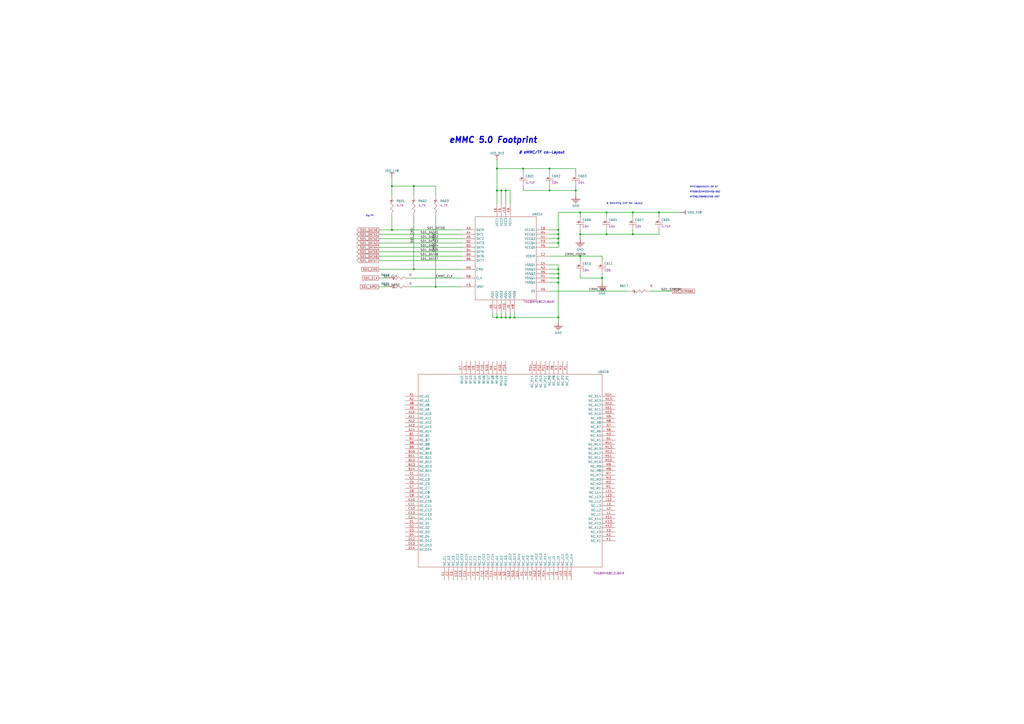
<source format=kicad_sch>
(kicad_sch (version 20241004) (generator "eeschema") (generator_version "8.99")
  (paper "A2")
  (title_block (title "Librem 5 Mainboard") (date "2024-03-21") (rev "v1.0.6.1") (company "Purism SPC") (comment 1 "GNU GPLv3+") (comment 2 "Copyright"))
  (lib_symbols
    (symbol "C-09_EMMC:GND" (power)
      (property "Reference" "#PWR" (at 0 0 0))
      (property "Value" "GND" (at 0 6.35 0))
      (symbol "GND_0_0"
        (polyline (pts (xy -2.54 -2.54) (xy 2.54 -2.54)) (stroke (width 0.254)))
        (polyline (pts (xy -1.778 -3.302) (xy 1.778 -3.302)) (stroke (width 0.254)))
        (polyline (pts (xy -1.016 -4.064) (xy 1.016 -4.064)) (stroke (width 0.254)))
        (polyline (pts (xy -0.254 -4.826) (xy 0.254 -4.826)) (stroke (width 0.254)))
        (polyline (pts (xy 0 0) (xy 0 -2.54)) (stroke (width 0.254)))
        (pin power_in line (at 0 0 0) (length 0) (hide yes) (name "GND") (number ""))
      )
    )
    (symbol "C-09_EMMC:VDD_1V8" (power)
      (property "Reference" "#PWR" (at 0 0 0))
      (property "Value" "VDD_1V8" (at 0 3.81 0))
      (symbol "VDD_1V8_0_0"
        (polyline (pts (xy -1.27 -2.54) (xy 1.27 -2.54)) (stroke (width 0.254)))
        (polyline (pts (xy 0 0) (xy 0 -2.54)) (stroke (width 0.254)))
        (pin power_in line (at 0 0 0) (length 0) (hide yes) (name "VDD_1V8") (number ""))
      )
    )
    (symbol "C-09_EMMC:VDD_3V3" (power)
      (property "Reference" "#PWR" (at 0 0 0))
      (property "Value" "VDD_3V3" (at 0 3.81 0))
      (symbol "VDD_3V3_0_0"
        (polyline (pts (xy -1.27 -2.54) (xy 1.27 -2.54)) (stroke (width 0.254)))
        (polyline (pts (xy 0 0) (xy 0 -2.54)) (stroke (width 0.254)))
        (pin power_in line (at 0 0 0) (length 0) (hide yes) (name "VDD_3V3") (number ""))
      )
    )
    (symbol "C-09_EMMC:root_0_C0201"
      (symbol "root_0_C0201_1_0"
        (polyline (pts (xy 0.254 1.778) (xy 4.826 1.778)))
        (polyline (pts (xy 0.254 0.762) (xy 4.826 0.762)))
        (circle (center 1.626 2.134) (radius 0.356) (stroke (width 0.254)))
        (polyline (pts (xy 2.54 2.54) (xy 2.54 1.778)))
        (polyline (pts (xy 2.54 0) (xy 2.54 0.762)))
        (pin passive line (at 2.54 5.08 270) (length 2.54) (name "1") (number "1"))
        (pin passive line (at 2.54 -2.54 90) (length 2.54) (name "2") (number "2"))
      )
    )
    (symbol "C-09_EMMC:root_0_C0402"
      (symbol "root_0_C0402_1_0"
        (polyline (pts (xy 0.254 1.778) (xy 4.826 1.778)))
        (polyline (pts (xy 0.254 0.762) (xy 4.826 0.762)))
        (circle (center 1.626 2.134) (radius 0.356) (stroke (width 0.254)))
        (polyline (pts (xy 2.54 2.54) (xy 2.54 1.778)))
        (polyline (pts (xy 2.54 0) (xy 2.54 0.762)))
        (pin passive line (at 2.54 5.08 270) (length 2.54) (name "1") (number "1"))
        (pin passive line (at 2.54 -2.54 90) (length 2.54) (name "2") (number "2"))
      )
    )
    (symbol "C-09_EMMC:root_0_MTFC8GACAEAM_VFBGA_0"
      (symbol "root_0_MTFC8GACAEAM_VFBGA_0_1_0"
        (polyline (pts (xy 0 48.26) (xy 35.56 48.26)))
        (polyline (pts (xy 0 0) (xy 0 48.26)))
        (polyline (pts (xy 35.56 48.26) (xy 35.56 0)))
        (polyline (pts (xy 35.56 0) (xy 0 0)))
        (pin bidirectional line (at -7.62 40.64 0) (length 7.62) (name "DAT0") (number "A3"))
        (pin bidirectional line (at -7.62 38.1 0) (length 7.62) (name "DAT1") (number "A4"))
        (pin bidirectional line (at -7.62 35.56 0) (length 7.62) (name "DAT2") (number "A5"))
        (pin bidirectional line (at -7.62 33.02 0) (length 7.62) (name "DAT3") (number "B2"))
        (pin bidirectional line (at -7.62 30.48 0) (length 7.62) (name "DAT4") (number "B3"))
        (pin bidirectional line (at -7.62 27.94 0) (length 7.62) (name "DAT5") (number "B4"))
        (pin bidirectional line (at -7.62 25.4 0) (length 7.62) (name "DAT6") (number "B5"))
        (pin bidirectional line (at -7.62 22.86 0) (length 7.62) (name "DAT7") (number "B6"))
        (pin bidirectional line (at -7.62 17.78 0) (length 7.62) (name "CMD") (number "M5"))
        (pin passive line (at -7.62 12.7 0) (length 7.62) (name "CLK") (number "M6"))
        (pin passive line (at -7.62 7.62 0) (length 7.62) (name "\\RST") (number "K5"))
        (pin power_in line (at 10.16 -7.62 90) (length 7.62) (name "VSS1") (number "A6"))
        (pin power_in line (at 12.7 55.88 270) (length 7.62) (name "VCC1") (number "E6"))
        (pin power_in line (at 12.7 -7.62 90) (length 7.62) (name "VSS2") (number "E7"))
        (pin power_in line (at 15.24 55.88 270) (length 7.62) (name "VCC2") (number "F5"))
        (pin power_in line (at 15.24 -7.62 90) (length 7.62) (name "VSS3") (number "G5"))
        (pin power_in line (at 17.78 55.88 270) (length 7.62) (name "VCC3") (number "J10"))
        (pin power_in line (at 17.78 -7.62 90) (length 7.62) (name "VSS4") (number "H10"))
        (pin power_in line (at 20.32 55.88 270) (length 7.62) (name "VCC4") (number "K9"))
        (pin power_in line (at 20.32 -7.62 90) (length 7.62) (name "VSS5") (number "J5"))
        (pin power_in line (at 22.86 -7.62 90) (length 7.62) (name "VSS6") (number "K8"))
        (pin power_in line (at 43.18 40.64 180) (length 7.62) (name "VCCQ1") (number "C6"))
        (pin power_in line (at 43.18 38.1 180) (length 7.62) (name "VCCQ2") (number "M4"))
        (pin power_in line (at 43.18 35.56 180) (length 7.62) (name "VCCQ3") (number "N4"))
        (pin power_in line (at 43.18 33.02 180) (length 7.62) (name "VCCQ4") (number "P3"))
        (pin power_in line (at 43.18 30.48 180) (length 7.62) (name "VCCQ5") (number "P5"))
        (pin power_in line (at 43.18 25.4 180) (length 7.62) (name "VDDIM") (number "C2"))
        (pin power_in line (at 43.18 20.32 180) (length 7.62) (name "VSSQ1") (number "C4"))
        (pin power_in line (at 43.18 17.78 180) (length 7.62) (name "VSSQ2") (number "N2"))
        (pin power_in line (at 43.18 15.24 180) (length 7.62) (name "VSSQ3") (number "N5"))
        (pin power_in line (at 43.18 12.7 180) (length 7.62) (name "VSSQ4") (number "P4"))
        (pin power_in line (at 43.18 10.16 180) (length 7.62) (name "VSSQ5") (number "P6"))
        (pin passive line (at 43.18 5.08 180) (length 7.62) (name "DS") (number "H5"))
      )
      (symbol "root_0_MTFC8GACAEAM_VFBGA_0_2_0"
        (polyline (pts (xy 0 111.76) (xy 106.68 111.76)))
        (polyline (pts (xy 0 0) (xy 0 111.76)))
        (polyline (pts (xy 106.68 111.76) (xy 106.68 0)))
        (polyline (pts (xy 106.68 0) (xy 0 0)))
        (pin passive line (at -7.62 99.06 0) (length 7.62) (name "NC_A1") (number "A1"))
        (pin passive line (at -7.62 96.52 0) (length 7.62) (name "NC_A2") (number "A2"))
        (pin passive line (at -7.62 93.98 0) (length 7.62) (name "NC_A8") (number "A8"))
        (pin passive line (at -7.62 91.44 0) (length 7.62) (name "NC_A9") (number "A9"))
        (pin passive line (at -7.62 88.9 0) (length 7.62) (name "NC_A10") (number "A10"))
        (pin passive line (at -7.62 86.36 0) (length 7.62) (name "NC_A11") (number "A11"))
        (pin passive line (at -7.62 83.82 0) (length 7.62) (name "NC_A12") (number "A12"))
        (pin passive line (at -7.62 81.28 0) (length 7.62) (name "NC_A13") (number "A13"))
        (pin passive line (at -7.62 78.74 0) (length 7.62) (name "NC_A14") (number "A14"))
        (pin passive line (at -7.62 76.2 0) (length 7.62) (name "NC_B1") (number "B1"))
        (pin passive line (at -7.62 73.66 0) (length 7.62) (name "NC_B7") (number "B7"))
        (pin passive line (at -7.62 71.12 0) (length 7.62) (name "NC_B8") (number "B8"))
        (pin passive line (at -7.62 68.58 0) (length 7.62) (name "NC_B9") (number "B9"))
        (pin passive line (at -7.62 66.04 0) (length 7.62) (name "NC_B10") (number "B10"))
        (pin passive line (at -7.62 63.5 0) (length 7.62) (name "NC_B11") (number "B11"))
        (pin passive line (at -7.62 60.96 0) (length 7.62) (name "NC_B12") (number "B12"))
        (pin passive line (at -7.62 58.42 0) (length 7.62) (name "NC_B13") (number "B13"))
        (pin passive line (at -7.62 55.88 0) (length 7.62) (name "NC_B14") (number "B14"))
        (pin passive line (at -7.62 53.34 0) (length 7.62) (name "NC_C1") (number "C1"))
        (pin passive line (at -7.62 50.8 0) (length 7.62) (name "NC_C3") (number "C3"))
        (pin passive line (at -7.62 48.26 0) (length 7.62) (name "NC_C5") (number "C5"))
        (pin passive line (at -7.62 45.72 0) (length 7.62) (name "NC_C7") (number "C7"))
        (pin passive line (at -7.62 43.18 0) (length 7.62) (name "NC_C8") (number "C8"))
        (pin passive line (at -7.62 40.64 0) (length 7.62) (name "NC_C9") (number "C9"))
        (pin passive line (at -7.62 38.1 0) (length 7.62) (name "NC_C10") (number "C10"))
        (pin passive line (at -7.62 35.56 0) (length 7.62) (name "NC_C11") (number "C11"))
        (pin passive line (at -7.62 33.02 0) (length 7.62) (name "NC_C12") (number "C12"))
        (pin passive line (at -7.62 30.48 0) (length 7.62) (name "NC_C13") (number "C13"))
        (pin passive line (at -7.62 27.94 0) (length 7.62) (name "NC_C14") (number "C14"))
        (pin passive line (at -7.62 25.4 0) (length 7.62) (name "NC_D1") (number "D1"))
        (pin passive line (at -7.62 22.86 0) (length 7.62) (name "NC_D2") (number "D2"))
        (pin passive line (at -7.62 20.32 0) (length 7.62) (name "NC_D3") (number "D3"))
        (pin passive line (at -7.62 17.78 0) (length 7.62) (name "NC_D4") (number "D4"))
        (pin passive line (at -7.62 15.24 0) (length 7.62) (name "NC_D12") (number "D12"))
        (pin passive line (at -7.62 12.7 0) (length 7.62) (name "NC_D13") (number "D13"))
        (pin passive line (at -7.62 10.16 0) (length 7.62) (name "NC_D14") (number "D14"))
        (pin passive line (at 15.24 -7.62 90) (length 7.62) (name "NC_E1") (number "E1"))
        (pin passive line (at 17.78 -7.62 90) (length 7.62) (name "NC_E2") (number "E2"))
        (pin passive line (at 20.32 -7.62 90) (length 7.62) (name "NC_E3") (number "E3"))
        (pin passive line (at 22.86 -7.62 90) (length 7.62) (name "NC_E12") (number "E12"))
        (pin passive line (at 25.4 119.38 270) (length 7.62) (name "RFU1") (number "A7"))
        (pin passive line (at 25.4 -7.62 90) (length 7.62) (name "NC_E13") (number "E13"))
        (pin passive line (at 27.94 119.38 270) (length 7.62) (name "RFU2") (number "E5"))
        (pin passive line (at 27.94 -7.62 90) (length 7.62) (name "NC_E14") (number "E14"))
        (pin passive line (at 30.48 119.38 270) (length 7.62) (name "RFU3") (number "E8"))
        (pin passive line (at 30.48 -7.62 90) (length 7.62) (name "NC_F1") (number "F1"))
        (pin passive line (at 33.02 119.38 270) (length 7.62) (name "RFU4") (number "E9"))
        (pin passive line (at 33.02 -7.62 90) (length 7.62) (name "NC_F2") (number "F2"))
        (pin passive line (at 35.56 119.38 270) (length 7.62) (name "RFU5") (number "E10"))
        (pin passive line (at 35.56 -7.62 90) (length 7.62) (name "NC_F3") (number "F3"))
        (pin passive line (at 38.1 119.38 270) (length 7.62) (name "RFU6") (number "F10"))
        (pin passive line (at 38.1 -7.62 90) (length 7.62) (name "NC_F12") (number "F12"))
        (pin passive line (at 40.64 119.38 270) (length 7.62) (name "RFU7") (number "G10"))
        (pin passive line (at 40.64 -7.62 90) (length 7.62) (name "NC_F13") (number "F13"))
        (pin passive line (at 43.18 119.38 270) (length 7.62) (name "RFU8") (number "K6"))
        (pin passive line (at 43.18 -7.62 90) (length 7.62) (name "NC_F14") (number "F14"))
        (pin passive line (at 45.72 119.38 270) (length 7.62) (name "RFU9") (number "K7"))
        (pin passive line (at 45.72 -7.62 90) (length 7.62) (name "NC_G1") (number "G1"))
        (pin passive line (at 48.26 119.38 270) (length 7.62) (name "RFU10") (number "K10"))
        (pin passive line (at 48.26 -7.62 90) (length 7.62) (name "NC_G2") (number "G2"))
        (pin passive line (at 50.8 119.38 270) (length 7.62) (name "RFU11") (number "P10"))
        (pin passive line (at 50.8 -7.62 90) (length 7.62) (name "NC_G3") (number "G3"))
        (pin passive line (at 53.34 -7.62 90) (length 7.62) (name "NC_G12") (number "G12"))
        (pin passive line (at 55.88 -7.62 90) (length 7.62) (name "NC_G13") (number "G13"))
        (pin passive line (at 58.42 -7.62 90) (length 7.62) (name "NC_G14") (number "G14"))
        (pin passive line (at 60.96 -7.62 90) (length 7.62) (name "NC_H1") (number "H1"))
        (pin passive line (at 63.5 -7.62 90) (length 7.62) (name "NC_H2") (number "H2"))
        (pin passive line (at 66.04 119.38 270) (length 7.62) (name "NC_P14") (number "P14"))
        (pin passive line (at 66.04 -7.62 90) (length 7.62) (name "NC_H3") (number "H3"))
        (pin passive line (at 68.58 119.38 270) (length 7.62) (name "NC_P13") (number "P13"))
        (pin passive line (at 68.58 -7.62 90) (length 7.62) (name "NC_H12") (number "H12"))
        (pin passive line (at 71.12 119.38 270) (length 7.62) (name "NC_P12") (number "P12"))
        (pin passive line (at 71.12 -7.62 90) (length 7.62) (name "NC_H13") (number "H13"))
        (pin passive line (at 73.66 119.38 270) (length 7.62) (name "NC_P11") (number "P11"))
        (pin passive line (at 73.66 -7.62 90) (length 7.62) (name "NC_H14") (number "H14"))
        (pin passive line (at 76.2 119.38 270) (length 7.62) (name "NC_P9") (number "P9"))
        (pin passive line (at 76.2 -7.62 90) (length 7.62) (name "NC_J1") (number "J1"))
        (pin passive line (at 78.74 119.38 270) (length 7.62) (name "NC_P8") (number "P8"))
        (pin passive line (at 78.74 -7.62 90) (length 7.62) (name "NC_J2") (number "J2"))
        (pin passive line (at 81.28 119.38 270) (length 7.62) (name "NC_P7") (number "P7"))
        (pin passive line (at 81.28 -7.62 90) (length 7.62) (name "NC_J3") (number "J3"))
        (pin passive line (at 83.82 119.38 270) (length 7.62) (name "NC_P2") (number "P2"))
        (pin passive line (at 83.82 -7.62 90) (length 7.62) (name "NC_J12") (number "J12"))
        (pin passive line (at 86.36 119.38 270) (length 7.62) (name "NC_P1") (number "P1"))
        (pin passive line (at 86.36 -7.62 90) (length 7.62) (name "NC_J13") (number "J13"))
        (pin passive line (at 88.9 -7.62 90) (length 7.62) (name "NC_J14") (number "J14"))
        (pin passive line (at 114.3 99.06 180) (length 7.62) (name "NC_N14") (number "N14"))
        (pin passive line (at 114.3 96.52 180) (length 7.62) (name "NC_N13") (number "N13"))
        (pin passive line (at 114.3 93.98 180) (length 7.62) (name "NC_N12") (number "N12"))
        (pin passive line (at 114.3 91.44 180) (length 7.62) (name "NC_N11") (number "N11"))
        (pin passive line (at 114.3 88.9 180) (length 7.62) (name "NC_N10") (number "N10"))
        (pin passive line (at 114.3 86.36 180) (length 7.62) (name "NC_N9") (number "N9"))
        (pin passive line (at 114.3 83.82 180) (length 7.62) (name "NC_N8") (number "N8"))
        (pin passive line (at 114.3 81.28 180) (length 7.62) (name "NC_N7") (number "N7"))
        (pin passive line (at 114.3 78.74 180) (length 7.62) (name "NC_N6") (number "N6"))
        (pin passive line (at 114.3 76.2 180) (length 7.62) (name "NC_N3") (number "N3"))
        (pin passive line (at 114.3 73.66 180) (length 7.62) (name "NC_N1") (number "N1"))
        (pin passive line (at 114.3 71.12 180) (length 7.62) (name "NC_M14") (number "M14"))
        (pin passive line (at 114.3 68.58 180) (length 7.62) (name "NC_M13") (number "M13"))
        (pin passive line (at 114.3 66.04 180) (length 7.62) (name "NC_M12") (number "M12"))
        (pin passive line (at 114.3 63.5 180) (length 7.62) (name "NC_M11") (number "M11"))
        (pin passive line (at 114.3 60.96 180) (length 7.62) (name "NC_M10") (number "M10"))
        (pin passive line (at 114.3 58.42 180) (length 7.62) (name "NC_M9") (number "M9"))
        (pin passive line (at 114.3 55.88 180) (length 7.62) (name "NC_M8") (number "M8"))
        (pin passive line (at 114.3 53.34 180) (length 7.62) (name "NC_M7") (number "M7"))
        (pin passive line (at 114.3 50.8 180) (length 7.62) (name "NC_M3") (number "M3"))
        (pin passive line (at 114.3 48.26 180) (length 7.62) (name "NC_M2") (number "M2"))
        (pin passive line (at 114.3 45.72 180) (length 7.62) (name "NC_M1") (number "M1"))
        (pin passive line (at 114.3 43.18 180) (length 7.62) (name "NC_L14") (number "L14"))
        (pin passive line (at 114.3 40.64 180) (length 7.62) (name "NC_L13") (number "L13"))
        (pin passive line (at 114.3 38.1 180) (length 7.62) (name "NC_L12") (number "L12"))
        (pin passive line (at 114.3 35.56 180) (length 7.62) (name "NC_L3") (number "L3"))
        (pin passive line (at 114.3 33.02 180) (length 7.62) (name "NC_L2") (number "L2"))
        (pin passive line (at 114.3 30.48 180) (length 7.62) (name "NC_L1") (number "L1"))
        (pin passive line (at 114.3 27.94 180) (length 7.62) (name "NC_K14") (number "K14"))
        (pin passive line (at 114.3 25.4 180) (length 7.62) (name "NC_K13") (number "K13"))
        (pin passive line (at 114.3 22.86 180) (length 7.62) (name "NC_K12") (number "K12"))
        (pin passive line (at 114.3 20.32 180) (length 7.62) (name "NC_K3") (number "K3"))
        (pin passive line (at 114.3 17.78 180) (length 7.62) (name "NC_K2") (number "K2"))
        (pin passive line (at 114.3 15.24 180) (length 7.62) (name "NC_K1") (number "K1"))
      )
    )
    (symbol "C-09_EMMC:root_0_RES_2"
      (symbol "root_0_RES_2_1_0"
        (polyline (pts (xy 1.778 5.334) (xy 3.302 3.81)))
        (polyline (pts (xy 1.778 2.286) (xy 3.302 0.762)))
        (circle (center 2.134 6.706) (radius 0.356) (stroke (width 0.254)))
        (polyline (pts (xy 2.54 7.62) (xy 3.302 6.858)))
        (polyline (pts (xy 3.302 6.858) (xy 1.778 5.334)))
        (polyline (pts (xy 3.302 3.81) (xy 1.778 2.286)))
        (polyline (pts (xy 3.302 0.762) (xy 2.54 0)))
        (pin passive line (at 2.54 10.16 270) (length 2.54) (name "1") (number "1"))
        (pin passive line (at 2.54 -2.54 90) (length 2.54) (name "2") (number "2"))
      )
    )
    (symbol "C-09_EMMC:root_1_RES_2"
      (symbol "root_1_RES_2_1_0"
        (polyline (pts (xy -7.62 2.54) (xy -6.858 3.302)))
        (polyline (pts (xy -6.858 3.302) (xy -5.334 1.778)))
        (circle (center -6.706 2.134) (radius 0.356) (stroke (width 0.254)))
        (polyline (pts (xy -5.334 1.778) (xy -3.81 3.302)))
        (polyline (pts (xy -3.81 3.302) (xy -2.286 1.778)))
        (polyline (pts (xy -2.286 1.778) (xy -0.762 3.302)))
        (polyline (pts (xy -0.762 3.302) (xy 0 2.54)))
        (pin passive line (at -10.16 2.54 0) (length 2.54) (name "1") (number "1"))
        (pin passive line (at 2.54 2.54 180) (length 2.54) (name "2") (number "2"))
      )
    )
  )
  (text "# eMMC/TF co-Layout" (at 300.99 89.408 0) (effects (font (size 1.524 1.524) (bold yes) (italic yes)) (justify left bottom)))
  (text "MT53B1024M32D4NQ-062" (at 400.05 111.862 0) (effects (font (size 0.889 0.889)) (justify left bottom)))
  (text "eMMC 5.0 Footprint" (at 260.35 83.312 0) (effects (font (size 3.429 3.429) (bold yes) (italic yes)) (justify left bottom)))
  (text "# Stitching CAP for Layout" (at 351.79 118.618 0) (effects (font (size 1.016 1.016)) (justify left bottom)))
  (text "MT25QL256ABA1EW9-0SIT" (at 400.05 114.757 0) (effects (font (size 0.889 0.889)) (justify left bottom)))
  (text "Via/TP" (at 212.09 125.73 0) (effects (font (size 0.889 0.889)) (justify left bottom)))
  (text "MTFC16GAKAECN-2M WT" (at 400.05 108.966 0) (effects (font (size 0.889 0.889)) (justify left bottom)))
  (junction (at 240.03 107.95))
  (junction (at 298.45 184.15))
  (junction (at 351.79 123.19))
  (junction (at 349.25 161.29))
  (junction (at 227.33 107.95))
  (junction (at 252.73 166.37))
  (junction (at 336.55 135.89))
  (junction (at 367.03 135.89))
  (junction (at 323.85 140.97))
  (junction (at 293.37 184.15))
  (junction (at 290.83 184.15))
  (junction (at 290.83 110.49))
  (junction (at 382.27 123.19))
  (junction (at 336.55 123.19))
  (junction (at 240.03 156.21))
  (junction (at 318.77 110.49))
  (junction (at 323.85 163.83))
  (junction (at 334.01 110.49))
  (junction (at 318.77 97.79))
  (junction (at 323.85 158.75))
  (junction (at 288.29 97.79))
  (junction (at 227.33 133.35))
  (junction (at 295.91 184.15))
  (junction (at 336.55 148.59))
  (junction (at 323.85 156.21))
  (junction (at 323.85 135.89))
  (junction (at 323.85 138.43))
  (junction (at 303.53 97.79))
  (junction (at 288.29 184.15))
  (junction (at 323.85 184.15))
  (junction (at 288.29 110.49))
  (junction (at 367.03 123.19))
  (junction (at 293.37 110.49))
  (junction (at 323.85 161.29))
  (junction (at 351.79 135.89))
  (junction (at 323.85 133.35))
  (wire (pts (xy 351.79 123.19) (xy 336.55 123.19)) (stroke (width 0.254)))
  (wire (pts (xy 336.55 135.89) (xy 336.55 133.35)) (stroke (width 0.254)))
  (wire (pts (xy 240.03 107.95) (xy 240.03 113.03)) (stroke (width 0.254)))
  (wire (pts (xy 318.77 168.91) (xy 364.49 168.91)) (stroke (width 0.254)))
  (wire (pts (xy 334.01 113.03) (xy 334.01 110.49)) (stroke (width 0.254)))
  (wire (pts (xy 290.83 184.15) (xy 290.83 181.61)) (stroke (width 0.254)))
  (wire (pts (xy 295.91 184.15) (xy 295.91 181.61)) (stroke (width 0.254)))
  (wire (pts (xy 318.77 110.49) (xy 318.77 107.95)) (stroke (width 0.254)))
  (wire (pts (xy 377.19 168.91) (xy 389.89 168.91)) (stroke (width 0.254)))
  (wire (pts (xy 382.27 135.89) (xy 382.27 133.35)) (stroke (width 0.254)))
  (wire (pts (xy 293.37 184.15) (xy 293.37 181.61)) (stroke (width 0.254)))
  (wire (pts (xy 267.97 148.59) (xy 219.71 148.59)) (stroke (width 0.254)))
  (wire (pts (xy 349.25 161.29) (xy 336.55 161.29)) (stroke (width 0.254)))
  (wire (pts (xy 288.29 184.15) (xy 290.83 184.15)) (stroke (width 0.254)))
  (wire (pts (xy 288.29 110.49) (xy 288.29 118.11)) (stroke (width 0.254)))
  (wire (pts (xy 323.85 158.75) (xy 323.85 156.21)) (stroke (width 0.254)))
  (wire (pts (xy 382.27 123.19) (xy 382.27 125.73)) (stroke (width 0.254)))
  (wire (pts (xy 288.29 181.61) (xy 288.29 184.15)) (stroke (width 0.254)))
  (wire (pts (xy 367.03 135.89) (xy 382.27 135.89)) (stroke (width 0.254)))
  (wire (pts (xy 336.55 148.59) (xy 349.25 148.59)) (stroke (width 0.254)))
  (wire (pts (xy 349.25 148.59) (xy 349.25 151.13)) (stroke (width 0.254)))
  (wire (pts (xy 394.97 123.19) (xy 382.27 123.19)) (stroke (width 0.254)))
  (wire (pts (xy 323.85 158.75) (xy 318.77 158.75)) (stroke (width 0.254)))
  (wire (pts (xy 303.53 100.33) (xy 303.53 97.79)) (stroke (width 0.254)))
  (wire (pts (xy 303.53 97.79) (xy 288.29 97.79)) (stroke (width 0.254)))
  (wire (pts (xy 267.97 151.13) (xy 219.71 151.13)) (stroke (width 0.254)))
  (wire (pts (xy 224.79 161.29) (xy 219.71 161.29)) (stroke (width 0.254)))
  (wire (pts (xy 290.83 110.49) (xy 290.83 118.11)) (stroke (width 0.254)))
  (wire (pts (xy 298.45 184.15) (xy 323.85 184.15)) (stroke (width 0.254)))
  (wire (pts (xy 323.85 184.15) (xy 323.85 186.69)) (stroke (width 0.254)))
  (wire (pts (xy 336.55 123.19) (xy 336.55 125.73)) (stroke (width 0.254)))
  (wire (pts (xy 323.85 161.29) (xy 323.85 158.75)) (stroke (width 0.254)))
  (wire (pts (xy 323.85 161.29) (xy 318.77 161.29)) (stroke (width 0.254)))
  (wire (pts (xy 323.85 135.89) (xy 318.77 135.89)) (stroke (width 0.254)))
  (wire (pts (xy 267.97 161.29) (xy 237.49 161.29)) (stroke (width 0.254)))
  (wire (pts (xy 240.03 107.95) (xy 252.73 107.95)) (stroke (width 0.254)))
  (wire (pts (xy 318.77 110.49) (xy 303.53 110.49)) (stroke (width 0.254)))
  (wire (pts (xy 227.33 113.03) (xy 227.33 107.95)) (stroke (width 0.254)))
  (wire (pts (xy 367.03 123.19) (xy 351.79 123.19)) (stroke (width 0.254)))
  (wire (pts (xy 267.97 138.43) (xy 219.71 138.43)) (stroke (width 0.254)))
  (wire (pts (xy 336.55 123.19) (xy 323.85 123.19)) (stroke (width 0.254)))
  (wire (pts (xy 367.03 123.19) (xy 367.03 125.73)) (stroke (width 0.254)))
  (wire (pts (xy 334.01 110.49) (xy 334.01 107.95)) (stroke (width 0.254)))
  (wire (pts (xy 323.85 133.35) (xy 318.77 133.35)) (stroke (width 0.254)))
  (wire (pts (xy 323.85 163.83) (xy 318.77 163.83)) (stroke (width 0.254)))
  (wire (pts (xy 227.33 133.35) (xy 267.97 133.35)) (stroke (width 0.254)))
  (wire (pts (xy 318.77 97.79) (xy 334.01 97.79)) (stroke (width 0.254)))
  (wire (pts (xy 227.33 133.35) (xy 219.71 133.35)) (stroke (width 0.254)))
  (wire (pts (xy 323.85 138.43) (xy 318.77 138.43)) (stroke (width 0.254)))
  (wire (pts (xy 293.37 110.49) (xy 295.91 110.49)) (stroke (width 0.254)))
  (wire (pts (xy 267.97 135.89) (xy 219.71 135.89)) (stroke (width 0.254)))
  (wire (pts (xy 367.03 135.89) (xy 367.03 133.35)) (stroke (width 0.254)))
  (wire (pts (xy 318.77 97.79) (xy 318.77 100.33)) (stroke (width 0.254)))
  (wire (pts (xy 267.97 140.97) (xy 219.71 140.97)) (stroke (width 0.254)))
  (wire (pts (xy 288.29 110.49) (xy 290.83 110.49)) (stroke (width 0.254)))
  (wire (pts (xy 267.97 143.51) (xy 219.71 143.51)) (stroke (width 0.254)))
  (wire (pts (xy 240.03 156.21) (xy 267.97 156.21)) (stroke (width 0.254)))
  (wire (pts (xy 323.85 143.51) (xy 318.77 143.51)) (stroke (width 0.254)))
  (wire (pts (xy 295.91 110.49) (xy 295.91 118.11)) (stroke (width 0.254)))
  (wire (pts (xy 336.55 148.59) (xy 318.77 148.59)) (stroke (width 0.254)))
  (wire (pts (xy 288.29 97.79) (xy 288.29 92.71)) (stroke (width 0.254)))
  (wire (pts (xy 334.01 110.49) (xy 318.77 110.49)) (stroke (width 0.254)))
  (wire (pts (xy 323.85 156.21) (xy 323.85 153.67)) (stroke (width 0.254)))
  (wire (pts (xy 285.75 184.15) (xy 285.75 181.61)) (stroke (width 0.254)))
  (wire (pts (xy 323.85 156.21) (xy 318.77 156.21)) (stroke (width 0.254)))
  (wire (pts (xy 382.27 123.19) (xy 367.03 123.19)) (stroke (width 0.254)))
  (wire (pts (xy 293.37 110.49) (xy 293.37 118.11)) (stroke (width 0.254)))
  (wire (pts (xy 224.79 166.37) (xy 219.71 166.37)) (stroke (width 0.254)))
  (wire (pts (xy 240.03 125.73) (xy 240.03 156.21)) (stroke (width 0.254)))
  (wire (pts (xy 298.45 184.15) (xy 298.45 181.61)) (stroke (width 0.254)))
  (wire (pts (xy 323.85 133.35) (xy 323.85 135.89)) (stroke (width 0.254)))
  (wire (pts (xy 351.79 123.19) (xy 351.79 125.73)) (stroke (width 0.254)))
  (wire (pts (xy 323.85 140.97) (xy 318.77 140.97)) (stroke (width 0.254)))
  (wire (pts (xy 240.03 156.21) (xy 219.71 156.21)) (stroke (width 0.254)))
  (wire (pts (xy 323.85 140.97) (xy 323.85 143.51)) (stroke (width 0.254)))
  (wire (pts (xy 351.79 135.89) (xy 367.03 135.89)) (stroke (width 0.254)))
  (wire (pts (xy 252.73 166.37) (xy 252.73 125.73)) (stroke (width 0.254)))
  (wire (pts (xy 288.29 97.79) (xy 288.29 110.49)) (stroke (width 0.254)))
  (wire (pts (xy 293.37 184.15) (xy 295.91 184.15)) (stroke (width 0.254)))
  (wire (pts (xy 290.83 184.15) (xy 293.37 184.15)) (stroke (width 0.254)))
  (wire (pts (xy 267.97 146.05) (xy 219.71 146.05)) (stroke (width 0.254)))
  (wire (pts (xy 295.91 184.15) (xy 298.45 184.15)) (stroke (width 0.254)))
  (wire (pts (xy 227.33 125.73) (xy 227.33 133.35)) (stroke (width 0.254)))
  (wire (pts (xy 303.53 110.49) (xy 303.53 107.95)) (stroke (width 0.254)))
  (wire (pts (xy 351.79 135.89) (xy 351.79 133.35)) (stroke (width 0.254)))
  (wire (pts (xy 336.55 138.43) (xy 336.55 135.89)) (stroke (width 0.254)))
  (wire (pts (xy 288.29 184.15) (xy 285.75 184.15)) (stroke (width 0.254)))
  (wire (pts (xy 323.85 184.15) (xy 323.85 163.83)) (stroke (width 0.254)))
  (wire (pts (xy 227.33 107.95) (xy 227.33 102.87)) (stroke (width 0.254)))
  (wire (pts (xy 323.85 153.67) (xy 318.77 153.67)) (stroke (width 0.254)))
  (wire (pts (xy 349.25 163.83) (xy 349.25 161.29)) (stroke (width 0.254)))
  (wire (pts (xy 323.85 163.83) (xy 323.85 161.29)) (stroke (width 0.254)))
  (wire (pts (xy 323.85 138.43) (xy 323.85 140.97)) (stroke (width 0.254)))
  (wire (pts (xy 336.55 135.89) (xy 351.79 135.89)) (stroke (width 0.254)))
  (wire (pts (xy 349.25 161.29) (xy 349.25 158.75)) (stroke (width 0.254)))
  (wire (pts (xy 252.73 107.95) (xy 252.73 113.03)) (stroke (width 0.254)))
  (wire (pts (xy 336.55 161.29) (xy 336.55 158.75)) (stroke (width 0.254)))
  (wire (pts (xy 323.85 135.89) (xy 323.85 138.43)) (stroke (width 0.254)))
  (wire (pts (xy 303.53 97.79) (xy 318.77 97.79)) (stroke (width 0.254)))
  (wire (pts (xy 252.73 166.37) (xy 237.49 166.37)) (stroke (width 0.254)))
  (wire (pts (xy 227.33 107.95) (xy 240.03 107.95)) (stroke (width 0.254)))
  (wire (pts (xy 267.97 166.37) (xy 252.73 166.37)) (stroke (width 0.254)))
  (wire (pts (xy 290.83 110.49) (xy 293.37 110.49)) (stroke (width 0.254)))
  (wire (pts (xy 323.85 123.19) (xy 323.85 133.35)) (stroke (width 0.254)))
  (wire (pts (xy 334.01 97.79) (xy 334.01 100.33)) (stroke (width 0.254)))
  (wire (pts (xy 336.55 151.13) (xy 336.55 148.59)) (stroke (width 0.254)))
  (label "SD1_DATA3" (at 243.84 140.97 0))
  (label "SD1_CMD" (at 240.03 140.97 90))
  (label "SD1_DATA1" (at 243.84 135.89 0))
  (label "SD1_NRST" (at 222.25 166.37 0))
  (label "SD1_DATA4" (at 243.84 143.51 0))
  (label "SD1_STROBE" (at 383.54 168.91 0))
  (label "SD1_CLK" (at 222.25 161.29 0))
  (label "SD1_DATA6" (at 243.84 148.59 0))
  (label "SD1_DATA5" (at 243.84 146.05 0))
  (label "EMMC_CLK" (at 252.73 161.29 0))
  (label "SD1_DATA2" (at 243.84 138.43 0))
  (label "SD1_DATA0" (at 247.65 133.35 0))
  (label "EMMC_DQS" (at 341.63 168.91 0))
  (label "SD1_DATA7" (at 243.84 151.13 0))
  (label "EMMC_VDDIM" (at 327.66 148.59 0))
  (label "EMMC_NRST" (at 252.73 146.05 90))
  (global_label "SD1_CMD" (shape passive) (at 219.71 156.21 180) (property "Intersheetrefs" "${INTERSHEET_REFS}" (effects (hide yes))))
  (global_label "SD1_DATA6" (shape output) (at 219.71 148.59 180) (property "Intersheetrefs" "${INTERSHEET_REFS}" (effects (hide yes))))
  (global_label "SD1_DATA1" (shape output) (at 219.71 135.89 180) (property "Intersheetrefs" "${INTERSHEET_REFS}" (effects (hide yes))))
  (global_label "SD1_DATA5" (shape output) (at 219.71 146.05 180) (property "Intersheetrefs" "${INTERSHEET_REFS}" (effects (hide yes))))
  (global_label "SD1_STROBE" (shape passive) (at 389.89 168.91 0) (property "Intersheetrefs" "${INTERSHEET_REFS}" (effects (hide yes))))
  (global_label "SD1_NRST" (shape passive) (at 219.71 166.37 180) (property "Intersheetrefs" "${INTERSHEET_REFS}" (effects (hide yes))))
  (global_label "SD1_DATA3" (shape output) (at 219.71 140.97 180) (property "Intersheetrefs" "${INTERSHEET_REFS}" (effects (hide yes))))
  (global_label "SD1_DATA4" (shape output) (at 219.71 143.51 180) (property "Intersheetrefs" "${INTERSHEET_REFS}" (effects (hide yes))))
  (global_label "SD1_DATA7" (shape output) (at 219.71 151.13 180) (property "Intersheetrefs" "${INTERSHEET_REFS}" (effects (hide yes))))
  (global_label "SD1_DATA2" (shape output) (at 219.71 138.43 180) (property "Intersheetrefs" "${INTERSHEET_REFS}" (effects (hide yes))))
  (global_label "SD1_DATA0" (shape output) (at 219.71 133.35 180) (property "Intersheetrefs" "${INTERSHEET_REFS}" (effects (hide yes))))
  (global_label "SD1_CLK" (shape passive) (at 219.71 161.29 180) (property "Intersheetrefs" "${INTERSHEET_REFS}" (effects (hide yes))))
  (symbol (lib_id "C-09_EMMC:GND") (at 323.85 186.69 0) (unit 1)
    (property "Reference" "#PWR?" (effects (hide yes)))
    (property "Value" "GND" (at 323.85 193.04 0))
  )
  (symbol (lib_id "C-09_EMMC:GND") (at 336.55 138.43 0) (unit 1)
    (property "Reference" "#PWR?" (effects (hide yes)))
    (property "Value" "GND" (at 336.55 144.78 0))
  )
  (symbol (lib_id "C-09_EMMC:VDD_3V3") (at 288.29 92.71 180) (unit 1)
    (property "Reference" "#PWR?" (effects (hide yes)))
    (property "Value" "VDD_3V3" (at 288.29 88.9 0))
  )
  (symbol (lib_id "C-09_EMMC:root_0_MTFC8GACAEAM_VFBGA_0") (at 242.57 328.93 0) (unit 2)
    (property "Reference" "U601" (at 346.71 216.408 0) (effects (justify left bottom)))
    (property "Value" "MTFC8GACAEAM_VFBGA_0" (effects (hide yes)))
    (property "Footprint" "FBGA153_0P5_11P5X13" (effects (hide yes)))
    (property "PCB DECAL" "FBGA153_0P5_11P5X13" (effects (hide yes)))
    (property "DESCRIPTION" "IC MEM NAND FLASH 32GB MMC 5.1  THGBMHG8C2LBAIR  FBGA153" (effects (hide yes)))
    (property "MFG_NAME" "TOSHIBA" (effects (hide yes)))
    (property "VALUE" "THGBMHG8C2LBAIR" (at 344.17 333.248 0) (effects (justify left bottom)))
    (property "GEOMETRY.HEIGHT" "0.8MM" (effects (hide yes)))
    (property "PCB FOOTPRINT" "FBGA153" (effects (hide yes)))
  )
  (symbol (lib_id "C-09_EMMC:root_0_RES_2") (at 250.19 123.19 0) (unit 1)
    (property "Reference" "R603" (at 255.27 117.348 0) (effects (justify left bottom)))
    (property "Value" "RES_2" (effects (hide yes)))
    (property "Footprint" "RES-0201" (effects (hide yes)))
    (property "PCB DECAL" "RES-0201" (effects (hide yes)))
    (property "DESCRIPTION" "Resistor Chip 0201 4.7K Ohm 1/16W 1% RALEC" (effects (hide yes)))
    (property "VALUE" "4.7K" (at 255.27 119.888 0) (effects (justify left bottom)))
    (property "GEOMETRY.HEIGHT" "0.3MM" (effects (hide yes)))
    (property "PCB FOOTPRINT" "201" (effects (hide yes)))
  )
  (symbol (lib_id "C-09_EMMC:root_0_C0201") (at 334.01 130.81 0) (unit 1)
    (property "Reference" "C606" (at 337.82 128.27 0) (effects (justify left bottom)))
    (property "Value" "C0201" (effects (hide yes)))
    (property "Footprint" "CAP-0201" (effects (hide yes)))
    (property "VOLTAGE" "6.3V" (effects (hide yes)))
    (property "DESCRIPTION" "CAP CER 0.1uF 6V3 20% X5R 0201" (effects (hide yes)))
    (property "PCB DECAL" "CAP-0201" (effects (hide yes)))
    (property "VALUE" "104" (at 337.82 132.08 0) (effects (justify left bottom)))
    (property "GEOMETRY.HEIGHT" "0.3MM" (effects (hide yes)))
    (property "PCB FOOTPRINT" "201" (effects (hide yes)))
  )
  (symbol (lib_id "C-09_EMMC:root_1_RES_2") (at 234.95 163.83 0) (unit 1)
    (property "Reference" "R616" (at 226.06 158.75 0) (effects (justify right top)))
    (property "Value" "RES_2" (effects (hide yes)))
    (property "Footprint" "RES-0201" (effects (hide yes)))
    (property "PCB DECAL" "RES-0201" (effects (hide yes)))
    (property "DESCRIPTION" "Resistor Chip 0201 0R Ohm 1/16W 1% RALEC" (effects (hide yes)))
    (property "VALUE" "0" (at 238.76 158.75 0) (effects (justify right top)))
    (property "GEOMETRY.HEIGHT" "0.3MM" (effects (hide yes)))
    (property "PCB FOOTPRINT" "201" (effects (hide yes)))
  )
  (symbol (lib_id "C-09_EMMC:root_0_RES_2") (at 224.79 123.19 0) (unit 1)
    (property "Reference" "R601" (at 229.87 117.348 0) (effects (justify left bottom)))
    (property "Value" "RES_2" (effects (hide yes)))
    (property "Footprint" "RES-0201" (effects (hide yes)))
    (property "PCB DECAL" "RES-0201" (effects (hide yes)))
    (property "DESCRIPTION" "Resistor Chip 0201 4.7K Ohm 1/16W 1% RALEC" (effects (hide yes)))
    (property "VALUE" "4.7K" (at 229.87 119.888 0) (effects (justify left bottom)))
    (property "GEOMETRY.HEIGHT" "0.3MM" (effects (hide yes)))
    (property "PCB FOOTPRINT" "201" (effects (hide yes)))
  )
  (symbol (lib_id "C-09_EMMC:root_0_C0402") (at 300.99 105.41 0) (unit 1)
    (property "Reference" "C601" (at 304.8 102.87 0) (effects (justify left bottom)))
    (property "Value" "C0402" (effects (hide yes)))
    (property "Footprint" "CAP-0402" (effects (hide yes)))
    (property "PCB DECAL" "CAP-0402" (effects (hide yes)))
    (property "DESCRIPTION" "CAP CER 4.7uF 6V3 20% X5R 0402" (effects (hide yes)))
    (property "VOLTAGE" "6.3V" (effects (hide yes)))
    (property "VALUE" "4.7UF" (at 304.8 106.68 0) (effects (justify left bottom)))
    (property "GEOMETRY.HEIGHT" "0.5MM" (effects (hide yes)))
    (property "PCB FOOTPRINT" "402" (effects (hide yes)))
  )
  (symbol (lib_id "C-09_EMMC:root_1_RES_2") (at 374.65 171.45 0) (unit 1)
    (property "Reference" "R617" (at 364.49 165.1 0) (effects (justify right top)))
    (property "Value" "RES_2" (effects (hide yes)))
    (property "Footprint" "RES-0201" (effects (hide yes)))
    (property "PCB DECAL" "RES-0201" (effects (hide yes)))
    (property "DESCRIPTION" "Resistor Chip 0201 0R Ohm 1/16W 1% RALEC" (effects (hide yes)))
    (property "VALUE" "0" (at 378.46 165.1 0) (effects (justify right top)))
    (property "GEOMETRY.HEIGHT" "0.3MM" (effects (hide yes)))
    (property "PCB FOOTPRINT" "201" (effects (hide yes)))
  )
  (symbol (lib_id "C-09_EMMC:GND") (at 334.01 113.03 0) (unit 1)
    (property "Reference" "#PWR?" (effects (hide yes)))
    (property "Value" "GND" (at 334.01 119.38 0))
  )
  (symbol (lib_id "C-09_EMMC:root_0_C0201") (at 364.49 130.81 0) (unit 1)
    (property "Reference" "C607" (at 368.3 128.27 0) (effects (justify left bottom)))
    (property "Value" "C0201" (effects (hide yes)))
    (property "Footprint" "CAP-0201" (effects (hide yes)))
    (property "VOLTAGE" "6.3V" (effects (hide yes)))
    (property "DESCRIPTION" "CAP CER 0.1uF 6V3 20% X5R 0201" (effects (hide yes)))
    (property "PCB DECAL" "CAP-0201" (effects (hide yes)))
    (property "VALUE" "104" (at 368.3 132.08 0) (effects (justify left bottom)))
    (property "GEOMETRY.HEIGHT" "0.3MM" (effects (hide yes)))
    (property "PCB FOOTPRINT" "201" (effects (hide yes)))
  )
  (symbol (lib_id "C-09_EMMC:root_0_C0201") (at 316.23 105.41 0) (unit 1)
    (property "Reference" "C602" (at 320.04 102.87 0) (effects (justify left bottom)))
    (property "Value" "C0201" (effects (hide yes)))
    (property "Footprint" "CAP-0201" (effects (hide yes)))
    (property "VOLTAGE" "6.3V" (effects (hide yes)))
    (property "DESCRIPTION" "CAP CER 0.1uF 6V3 20% X5R 0201" (effects (hide yes)))
    (property "PCB DECAL" "CAP-0201" (effects (hide yes)))
    (property "VALUE" "104" (at 320.04 106.68 0) (effects (justify left bottom)))
    (property "GEOMETRY.HEIGHT" "0.3MM" (effects (hide yes)))
    (property "PCB FOOTPRINT" "201" (effects (hide yes)))
  )
  (symbol (lib_id "C-09_EMMC:root_0_MTFC8GACAEAM_VFBGA_0") (at 275.59 173.99 0) (unit 1)
    (property "Reference" "U601" (at 308.61 124.968 0) (effects (justify left bottom)))
    (property "Value" "MTFC8GACAEAM_VFBGA_0" (effects (hide yes)))
    (property "Footprint" "FBGA153_0P5_11P5X13" (effects (hide yes)))
    (property "PCB DECAL" "FBGA153_0P5_11P5X13" (effects (hide yes)))
    (property "DESCRIPTION" "IC MEM NAND FLASH 32GB MMC 5.1  THGBMHG8C2LBAIR  FBGA153" (effects (hide yes)))
    (property "MFG_NAME" "TOSHIBA" (effects (hide yes)))
    (property "VALUE" "THGBMHG8C2LBAIR" (at 303.53 175.768 0) (effects (justify left bottom)))
    (property "GEOMETRY.HEIGHT" "0.8MM" (effects (hide yes)))
    (property "PCB FOOTPRINT" "FBGA153" (effects (hide yes)))
  )
  (symbol (lib_id "C-09_EMMC:VDD_1V8") (at 394.97 123.19 90) (unit 1)
    (property "Reference" "#PWR?" (effects (hide yes)))
    (property "Value" "VDD_1V8" (at 398.78 123.19 90) (effects (justify right)))
  )
  (symbol (lib_id "C-09_EMMC:root_0_C0402") (at 379.73 130.81 0) (unit 1)
    (property "Reference" "C605" (at 383.54 128.27 0) (effects (justify left bottom)))
    (property "Value" "C0402" (effects (hide yes)))
    (property "Footprint" "CAP-0402" (effects (hide yes)))
    (property "PCB DECAL" "CAP-0402" (effects (hide yes)))
    (property "DESCRIPTION" "CAP CER 4.7uF 6V3 20% X5R 0402" (effects (hide yes)))
    (property "VOLTAGE" "6.3V" (effects (hide yes)))
    (property "VALUE" "4.7UF" (at 383.54 132.08 0) (effects (justify left bottom)))
    (property "GEOMETRY.HEIGHT" "0.5MM" (effects (hide yes)))
    (property "PCB FOOTPRINT" "402" (effects (hide yes)))
  )
  (symbol (lib_id "C-09_EMMC:GND") (at 349.25 163.83 0) (unit 1)
    (property "Reference" "#PWR?" (effects (hide yes)))
    (property "Value" "GND" (at 349.25 170.18 0))
  )
  (symbol (lib_id "C-09_EMMC:root_0_RES_2") (at 237.49 123.19 0) (unit 1)
    (property "Reference" "R602" (at 242.57 117.348 0) (effects (justify left bottom)))
    (property "Value" "RES_2" (effects (hide yes)))
    (property "Footprint" "RES-0201" (effects (hide yes)))
    (property "PCB DECAL" "RES-0201" (effects (hide yes)))
    (property "DESCRIPTION" "Resistor Chip 0201 4.7K Ohm 1/16W 1% RALEC" (effects (hide yes)))
    (property "VALUE" "4.7K" (at 242.57 119.888 0) (effects (justify left bottom)))
    (property "GEOMETRY.HEIGHT" "0.3MM" (effects (hide yes)))
    (property "PCB FOOTPRINT" "201" (effects (hide yes)))
  )
  (symbol (lib_id "C-09_EMMC:root_1_RES_2") (at 234.95 168.91 0) (unit 1)
    (property "Reference" "R621" (at 226.06 163.83 0) (effects (justify right top)))
    (property "Value" "RES_2" (effects (hide yes)))
    (property "Footprint" "RES-0201" (effects (hide yes)))
    (property "PCB DECAL" "RES-0201" (effects (hide yes)))
    (property "DESCRIPTION" "Resistor Chip 0201 0R Ohm 1/16W 1% RALEC" (effects (hide yes)))
    (property "VALUE" "0" (at 238.76 163.83 0) (effects (justify right top)))
    (property "GEOMETRY.HEIGHT" "0.3MM" (effects (hide yes)))
    (property "PCB FOOTPRINT" "201" (effects (hide yes)))
  )
  (symbol (lib_id "C-09_EMMC:VDD_1V8") (at 227.33 102.87 180) (unit 1)
    (property "Reference" "#PWR?" (effects (hide yes)))
    (property "Value" "VDD_1V8" (at 227.33 99.06 0))
  )
  (symbol (lib_id "C-09_EMMC:root_0_C0201") (at 349.25 130.81 0) (unit 1)
    (property "Reference" "C604" (at 353.06 128.27 0) (effects (justify left bottom)))
    (property "Value" "C0201" (effects (hide yes)))
    (property "Footprint" "CAP-0201" (effects (hide yes)))
    (property "VOLTAGE" "6.3V" (effects (hide yes)))
    (property "DESCRIPTION" "CAP CER 0.1uF 6V3 20% X5R 0201" (effects (hide yes)))
    (property "PCB DECAL" "CAP-0201" (effects (hide yes)))
    (property "VALUE" "104" (at 353.06 132.08 0) (effects (justify left bottom)))
    (property "GEOMETRY.HEIGHT" "0.3MM" (effects (hide yes)))
    (property "PCB FOOTPRINT" "201" (effects (hide yes)))
  )
  (symbol (lib_id "C-09_EMMC:root_0_C0201") (at 334.01 156.21 0) (unit 1)
    (property "Reference" "C610" (at 337.82 153.67 0) (effects (justify left bottom)))
    (property "Value" "C0201" (effects (hide yes)))
    (property "Footprint" "CAP-0201" (effects (hide yes)))
    (property "VOLTAGE" "6.3V" (effects (hide yes)))
    (property "DESCRIPTION" "CAP CER 0.1uF 6V3 20% X5R 0201" (effects (hide yes)))
    (property "PCB DECAL" "CAP-0201" (effects (hide yes)))
    (property "VALUE" "104" (at 337.82 157.48 0) (effects (justify left bottom)))
    (property "GEOMETRY.HEIGHT" "0.3MM" (effects (hide yes)))
    (property "PCB FOOTPRINT" "201" (effects (hide yes)))
  )
  (symbol (lib_id "C-09_EMMC:root_0_C0201") (at 331.47 105.41 0) (unit 1)
    (property "Reference" "C603" (at 335.28 102.87 0) (effects (justify left bottom)))
    (property "Value" "C0201" (effects (hide yes)))
    (property "Footprint" "CAP-0201" (effects (hide yes)))
    (property "VOLTAGE" "6.3V" (effects (hide yes)))
    (property "DESCRIPTION" "CAP CER 0.1uF 6V3 20% X5R 0201" (effects (hide yes)))
    (property "PCB DECAL" "CAP-0201" (effects (hide yes)))
    (property "VALUE" "104" (at 335.28 106.68 0) (effects (justify left bottom)))
    (property "GEOMETRY.HEIGHT" "0.3MM" (effects (hide yes)))
    (property "PCB FOOTPRINT" "201" (effects (hide yes)))
  )
  (symbol (lib_id "C-09_EMMC:root_0_C0201") (at 346.71 156.21 0) (unit 1)
    (property "Reference" "C611" (at 350.52 153.67 0) (effects (justify left bottom)))
    (property "Value" "C0201" (effects (hide yes)))
    (property "Footprint" "CAP-0201" (effects (hide yes)))
    (property "VOLTAGE" "6.3V" (effects (hide yes)))
    (property "DESCRIPTION" "CAP CER 1uF 6V3 20% X5R 0201" (effects (hide yes)))
    (property "PCB DECAL" "CAP-0201" (effects (hide yes)))
    (property "VALUE" "105" (at 350.52 157.48 0) (effects (justify left bottom)))
    (property "GEOMETRY.HEIGHT" "0.3MM" (effects (hide yes)))
    (property "PCB FOOTPRINT" "201" (effects (hide yes)))
  )
)
</source>
